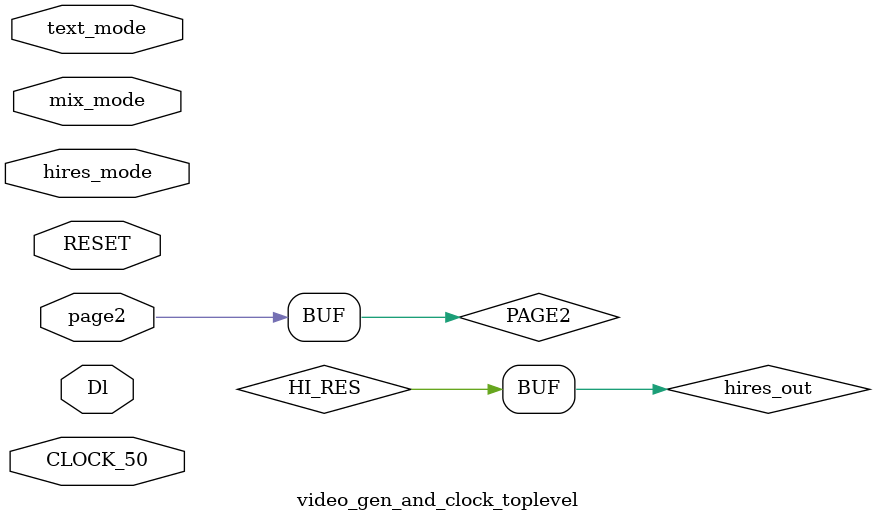
<source format=sv>

module video_gen_and_clock_toplevel(input logic CLOCK_50, RESET,
												input logic text_mode, mix_mode, hires_mode, page2,
												input logic [7:0] Dl
												);

logic	HI_RES,
		PAGE2,
		phase0,
		pre_phase0,
		rasn_q0,
		casn_q2,
		ax_q1,
		q3;
logic Clock_14Mhz, Clock_7Mhz, ld194, ldps_n, color_ref, FLASH_CLOCK;
logic [15:0] video_addr;
logic [6:0] H;
logic [8:0] V;
logic VA, VB, VC, VD, VE, VF;
logic hires_out;

assign HI_RES = hires_out;
assign PAGE2 = page2;
	
clock_generator c_g0(.CLOCK_50(CLOCK_50),
							.RESET(RESET),
							.HI_RES(HI_RES),
							.PAGE2(PAGE2),
							
							.phase0(phase0),
							.pre_phase0(),
							.rasn_q0(rasn_q0),
							.casn_q2(casn_q2),
							.ax_q1(ax_q1),
							.q3(q3),
							.clock_14Mhz(Clock_14Mhz),
							.clock_7Mhz(Clock_7Mhz),
							.color_ref(color_ref),
							.ldps_n(ldps_n),
							.ld194(ld194),
							.H(H),
							.V(V),
							.video_addr(video_addr)
							);


video_generator vid_gen(.Reset(RESET),
								.Clock_14Mhz(Clock_14Mhz),
								.Clock_7Mhz(Clock_7Mhz),
								.ld194(ld194),
								.ldps_n(ldps_n),
								.FLASH_CLOCK(phase0), // Need low freq clock for flash so decided 1Mhz clock.
															// Need better clock doe.
								.H(H),
								.V(V),
								.Dl(Dl),
								.color_ref(color_ref),
								.hires_mode(hires_mode),
								.text_mode(text_mode),
								.mix_mode(mix_mode),
								.page2(PAGE2),
								.ras_n(rasn_q0),
								
								.HIRES(hires_out)
								);

endmodule

</source>
